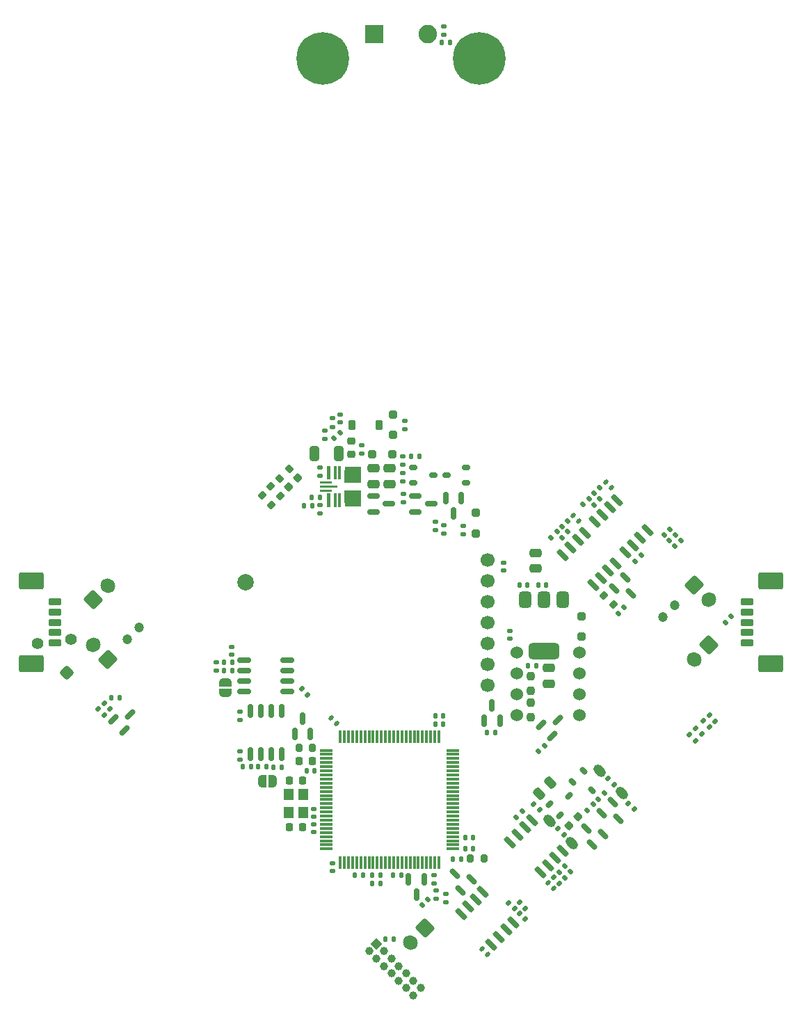
<source format=gbr>
%TF.GenerationSoftware,KiCad,Pcbnew,7.0.11*%
%TF.CreationDate,2025-06-24T23:15:39+09:00*%
%TF.ProjectId,Drive,44726976-652e-46b6-9963-61645f706362,rev?*%
%TF.SameCoordinates,Original*%
%TF.FileFunction,Soldermask,Bot*%
%TF.FilePolarity,Negative*%
%FSLAX46Y46*%
G04 Gerber Fmt 4.6, Leading zero omitted, Abs format (unit mm)*
G04 Created by KiCad (PCBNEW 7.0.11) date 2025-06-24 23:15:39*
%MOMM*%
%LPD*%
G01*
G04 APERTURE LIST*
G04 Aperture macros list*
%AMRoundRect*
0 Rectangle with rounded corners*
0 $1 Rounding radius*
0 $2 $3 $4 $5 $6 $7 $8 $9 X,Y pos of 4 corners*
0 Add a 4 corners polygon primitive as box body*
4,1,4,$2,$3,$4,$5,$6,$7,$8,$9,$2,$3,0*
0 Add four circle primitives for the rounded corners*
1,1,$1+$1,$2,$3*
1,1,$1+$1,$4,$5*
1,1,$1+$1,$6,$7*
1,1,$1+$1,$8,$9*
0 Add four rect primitives between the rounded corners*
20,1,$1+$1,$2,$3,$4,$5,0*
20,1,$1+$1,$4,$5,$6,$7,0*
20,1,$1+$1,$6,$7,$8,$9,0*
20,1,$1+$1,$8,$9,$2,$3,0*%
%AMHorizOval*
0 Thick line with rounded ends*
0 $1 width*
0 $2 $3 position (X,Y) of the first rounded end (center of the circle)*
0 $4 $5 position (X,Y) of the second rounded end (center of the circle)*
0 Add line between two ends*
20,1,$1,$2,$3,$4,$5,0*
0 Add two circle primitives to create the rounded ends*
1,1,$1,$2,$3*
1,1,$1,$4,$5*%
%AMRotRect*
0 Rectangle, with rotation*
0 The origin of the aperture is its center*
0 $1 length*
0 $2 width*
0 $3 Rotation angle, in degrees counterclockwise*
0 Add horizontal line*
21,1,$1,$2,0,0,$3*%
%AMFreePoly0*
4,1,33,0.500000,-0.750000,0.000000,-0.750000,0.000000,-0.749013,-0.031395,-0.749013,-0.093691,-0.741144,-0.154508,-0.725528,-0.212890,-0.702414,-0.267913,-0.672164,-0.318712,-0.635257,-0.364484,-0.592274,-0.404508,-0.543893,-0.438153,-0.490877,-0.464888,-0.434062,-0.484292,-0.374345,-0.496057,-0.312667,-0.500000,-0.250000,-0.500000,0.250000,-0.496057,0.312667,-0.484292,0.374345,-0.464888,0.434062,
-0.438153,0.490877,-0.404508,0.543893,-0.364484,0.592274,-0.318712,0.635257,-0.267913,0.672164,-0.212890,0.702414,-0.154508,0.725528,-0.093691,0.741144,-0.031395,0.749013,0.000000,0.749013,0.000000,0.750000,0.500000,0.750000,0.500000,-0.750000,0.500000,-0.750000,$1*%
%AMFreePoly1*
4,1,33,0.000000,0.749013,0.031395,0.749013,0.093691,0.741144,0.154508,0.725528,0.212890,0.702414,0.267913,0.672164,0.318712,0.635257,0.364484,0.592274,0.404508,0.543893,0.438153,0.490877,0.464888,0.434062,0.484292,0.374345,0.496057,0.312667,0.500000,0.250000,0.500000,-0.250000,0.496057,-0.312667,0.484292,-0.374345,0.464888,-0.434062,0.438153,-0.490877,0.404508,-0.543893,
0.364484,-0.592274,0.318712,-0.635257,0.267913,-0.672164,0.212890,-0.702414,0.154508,-0.725528,0.093691,-0.741144,0.031395,-0.749013,0.000000,-0.749013,0.000000,-0.750000,-0.500000,-0.750000,-0.500000,0.750000,0.000000,0.750000,0.000000,0.749013,0.000000,0.749013,$1*%
G04 Aperture macros list end*
%ADD10HorizOval,1.100000X-0.212132X0.212132X0.212132X-0.212132X0*%
%ADD11C,1.524000*%
%ADD12C,0.800000*%
%ADD13C,6.400000*%
%ADD14C,1.200000*%
%ADD15C,2.000000*%
%ADD16RoundRect,0.350000X0.000000X0.494975X-0.494975X0.000000X0.000000X-0.494975X0.494975X0.000000X0*%
%ADD17C,1.400000*%
%ADD18RoundRect,0.140000X0.219203X0.021213X0.021213X0.219203X-0.219203X-0.021213X-0.021213X-0.219203X0*%
%ADD19RoundRect,0.135000X0.135000X0.185000X-0.135000X0.185000X-0.135000X-0.185000X0.135000X-0.185000X0*%
%ADD20RoundRect,0.135000X-0.226274X-0.035355X-0.035355X-0.226274X0.226274X0.035355X0.035355X0.226274X0*%
%ADD21RoundRect,0.175000X-0.325000X-0.175000X0.325000X-0.175000X0.325000X0.175000X-0.325000X0.175000X0*%
%ADD22RoundRect,0.135000X0.185000X-0.135000X0.185000X0.135000X-0.185000X0.135000X-0.185000X-0.135000X0*%
%ADD23RoundRect,0.250000X0.325000X0.650000X-0.325000X0.650000X-0.325000X-0.650000X0.325000X-0.650000X0*%
%ADD24RoundRect,0.135000X-0.035355X0.226274X-0.226274X0.035355X0.035355X-0.226274X0.226274X-0.035355X0*%
%ADD25RoundRect,0.140000X-0.140000X-0.170000X0.140000X-0.170000X0.140000X0.170000X-0.140000X0.170000X0*%
%ADD26RoundRect,0.140000X-0.219203X-0.021213X-0.021213X-0.219203X0.219203X0.021213X0.021213X0.219203X0*%
%ADD27RoundRect,0.150000X0.583363X-0.371231X-0.371231X0.583363X-0.583363X0.371231X0.371231X-0.583363X0*%
%ADD28RoundRect,0.140000X0.140000X0.170000X-0.140000X0.170000X-0.140000X-0.170000X0.140000X-0.170000X0*%
%ADD29R,1.200000X1.400000*%
%ADD30RoundRect,0.150000X0.521491X-0.309359X-0.309359X0.521491X-0.521491X0.309359X0.309359X-0.521491X0*%
%ADD31RoundRect,0.250000X-0.475000X0.250000X-0.475000X-0.250000X0.475000X-0.250000X0.475000X0.250000X0*%
%ADD32RoundRect,0.135000X-0.135000X-0.185000X0.135000X-0.185000X0.135000X0.185000X-0.135000X0.185000X0*%
%ADD33RoundRect,0.135000X0.035355X-0.226274X0.226274X-0.035355X-0.035355X0.226274X-0.226274X0.035355X0*%
%ADD34RoundRect,0.150000X-0.309359X-0.521491X0.521491X0.309359X0.309359X0.521491X-0.521491X-0.309359X0*%
%ADD35RoundRect,0.140000X0.170000X-0.140000X0.170000X0.140000X-0.170000X0.140000X-0.170000X-0.140000X0*%
%ADD36RoundRect,0.135000X-0.185000X0.135000X-0.185000X-0.135000X0.185000X-0.135000X0.185000X0.135000X0*%
%ADD37RoundRect,0.200000X0.200000X0.275000X-0.200000X0.275000X-0.200000X-0.275000X0.200000X-0.275000X0*%
%ADD38RoundRect,0.200000X-0.053033X0.335876X-0.335876X0.053033X0.053033X-0.335876X0.335876X-0.053033X0*%
%ADD39RoundRect,0.250000X-0.053033X0.901561X-0.901561X0.053033X0.053033X-0.901561X0.901561X-0.053033X0*%
%ADD40HorizOval,1.700000X-0.053033X0.053033X0.053033X-0.053033X0*%
%ADD41RoundRect,0.200000X0.335876X0.053033X0.053033X0.335876X-0.335876X-0.053033X-0.053033X-0.335876X0*%
%ADD42RoundRect,0.140000X-0.170000X0.140000X-0.170000X-0.140000X0.170000X-0.140000X0.170000X0.140000X0*%
%ADD43RoundRect,0.135000X0.226274X0.035355X0.035355X0.226274X-0.226274X-0.035355X-0.035355X-0.226274X0*%
%ADD44RoundRect,0.250000X0.475000X-0.250000X0.475000X0.250000X-0.475000X0.250000X-0.475000X-0.250000X0*%
%ADD45RoundRect,0.150000X-0.587500X-0.150000X0.587500X-0.150000X0.587500X0.150000X-0.587500X0.150000X0*%
%ADD46RoundRect,0.150000X-0.583363X0.371231X0.371231X-0.583363X0.583363X-0.371231X-0.371231X0.583363X0*%
%ADD47RoundRect,0.218750X-0.256250X0.218750X-0.256250X-0.218750X0.256250X-0.218750X0.256250X0.218750X0*%
%ADD48RoundRect,0.250000X0.053033X-0.901561X0.901561X-0.053033X-0.053033X0.901561X-0.901561X0.053033X0*%
%ADD49RoundRect,0.175000X-0.353553X0.106066X0.106066X-0.353553X0.353553X-0.106066X-0.106066X0.353553X0*%
%ADD50RoundRect,0.150000X-0.150000X0.587500X-0.150000X-0.587500X0.150000X-0.587500X0.150000X0.587500X0*%
%ADD51RoundRect,0.237500X-0.237500X0.250000X-0.237500X-0.250000X0.237500X-0.250000X0.237500X0.250000X0*%
%ADD52RoundRect,0.250000X0.901561X0.053033X0.053033X0.901561X-0.901561X-0.053033X-0.053033X-0.901561X0*%
%ADD53HorizOval,1.700000X0.053033X0.053033X-0.053033X-0.053033X0*%
%ADD54RoundRect,0.225000X-0.225000X-0.250000X0.225000X-0.250000X0.225000X0.250000X-0.225000X0.250000X0*%
%ADD55RoundRect,0.250000X-0.250000X0.250000X-0.250000X-0.250000X0.250000X-0.250000X0.250000X0.250000X0*%
%ADD56RoundRect,0.225000X-0.225000X-0.375000X0.225000X-0.375000X0.225000X0.375000X-0.225000X0.375000X0*%
%ADD57RoundRect,0.250000X-0.250000X-0.250000X0.250000X-0.250000X0.250000X0.250000X-0.250000X0.250000X0*%
%ADD58R,2.250000X2.250000*%
%ADD59C,2.250000*%
%ADD60RotRect,1.000000X1.000000X135.000000*%
%ADD61C,1.000000*%
%ADD62RoundRect,0.150000X0.675000X0.150000X-0.675000X0.150000X-0.675000X-0.150000X0.675000X-0.150000X0*%
%ADD63RoundRect,0.200000X-0.200000X-0.275000X0.200000X-0.275000X0.200000X0.275000X-0.200000X0.275000X0*%
%ADD64RoundRect,0.150000X-0.521491X0.309359X0.309359X-0.521491X0.521491X-0.309359X-0.309359X0.521491X0*%
%ADD65RoundRect,0.200000X-0.335876X-0.053033X-0.053033X-0.335876X0.335876X0.053033X0.053033X0.335876X0*%
%ADD66RoundRect,0.175000X0.325000X0.175000X-0.325000X0.175000X-0.325000X-0.175000X0.325000X-0.175000X0*%
%ADD67RoundRect,0.375000X-0.375000X0.625000X-0.375000X-0.625000X0.375000X-0.625000X0.375000X0.625000X0*%
%ADD68RoundRect,0.500000X-1.400000X0.500000X-1.400000X-0.500000X1.400000X-0.500000X1.400000X0.500000X0*%
%ADD69RoundRect,0.200000X0.600000X-0.200000X0.600000X0.200000X-0.600000X0.200000X-0.600000X-0.200000X0*%
%ADD70RoundRect,0.250001X1.249999X-0.799999X1.249999X0.799999X-1.249999X0.799999X-1.249999X-0.799999X0*%
%ADD71RoundRect,0.250000X-0.901561X-0.053033X-0.053033X-0.901561X0.901561X0.053033X0.053033X0.901561X0*%
%ADD72HorizOval,1.700000X-0.053033X-0.053033X0.053033X0.053033X0*%
%ADD73RoundRect,0.150000X-0.150000X0.675000X-0.150000X-0.675000X0.150000X-0.675000X0.150000X0.675000X0*%
%ADD74RoundRect,0.250000X0.250000X-0.250000X0.250000X0.250000X-0.250000X0.250000X-0.250000X-0.250000X0*%
%ADD75FreePoly0,180.000000*%
%ADD76FreePoly1,180.000000*%
%ADD77RoundRect,0.250000X0.159099X-0.512652X0.512652X-0.159099X-0.159099X0.512652X-0.512652X0.159099X0*%
%ADD78FreePoly0,90.000000*%
%ADD79FreePoly1,90.000000*%
%ADD80RoundRect,0.150000X0.150000X-0.587500X0.150000X0.587500X-0.150000X0.587500X-0.150000X-0.587500X0*%
%ADD81RoundRect,0.175000X-0.106066X-0.353553X0.353553X0.106066X0.106066X0.353553X-0.353553X-0.106066X0*%
%ADD82C,1.700000*%
%ADD83RoundRect,0.225000X0.225000X0.250000X-0.225000X0.250000X-0.225000X-0.250000X0.225000X-0.250000X0*%
%ADD84RoundRect,0.200000X-0.600000X0.200000X-0.600000X-0.200000X0.600000X-0.200000X0.600000X0.200000X0*%
%ADD85RoundRect,0.250001X-1.249999X0.799999X-1.249999X-0.799999X1.249999X-0.799999X1.249999X0.799999X0*%
%ADD86RoundRect,0.225000X0.017678X-0.335876X0.335876X-0.017678X-0.017678X0.335876X-0.335876X0.017678X0*%
%ADD87RoundRect,0.075000X-0.725000X-0.075000X0.725000X-0.075000X0.725000X0.075000X-0.725000X0.075000X0*%
%ADD88RoundRect,0.075000X-0.075000X-0.725000X0.075000X-0.725000X0.075000X0.725000X-0.075000X0.725000X0*%
G04 APERTURE END LIST*
%TO.C,U2*%
G36*
X119630001Y-96630000D02*
G01*
X119330001Y-96630000D01*
X119330001Y-94980000D01*
X119630001Y-94980000D01*
X119630001Y-96630000D01*
G37*
G36*
X119130001Y-96630000D02*
G01*
X118830001Y-96630000D01*
X118830001Y-94980000D01*
X119130001Y-94980000D01*
X119130001Y-96630000D01*
G37*
G36*
X118430001Y-96630000D02*
G01*
X117930001Y-96630000D01*
X117930001Y-94980000D01*
X118430001Y-94980000D01*
X118430001Y-96630000D01*
G37*
G36*
X118530001Y-97130000D02*
G01*
X117130001Y-97130000D01*
X117130001Y-96830000D01*
X118530001Y-96830000D01*
X118530001Y-97130000D01*
G37*
G36*
X118530001Y-98130000D02*
G01*
X117130001Y-98130000D01*
X117130001Y-97830000D01*
X118530001Y-97830000D01*
X118530001Y-98130000D01*
G37*
G36*
X119630001Y-99980000D02*
G01*
X119330001Y-99980000D01*
X119330001Y-98330000D01*
X119630001Y-98330000D01*
X119630001Y-99980000D01*
G37*
G36*
X119130001Y-99980000D02*
G01*
X118830001Y-99980000D01*
X118830001Y-98330000D01*
X119130001Y-98330000D01*
X119130001Y-99980000D01*
G37*
G36*
X118430001Y-99980000D02*
G01*
X117930001Y-99980000D01*
X117930001Y-98330000D01*
X118430001Y-98330000D01*
X118430001Y-99980000D01*
G37*
G36*
X119205502Y-97380000D02*
G01*
X119205502Y-97580000D01*
X119155502Y-97630000D01*
X117130001Y-97630000D01*
X117130001Y-97330000D01*
X119155502Y-97330000D01*
X119205502Y-97380000D01*
G37*
G36*
X122155001Y-95955002D02*
G01*
X122155001Y-96980004D01*
X122104998Y-97030003D01*
X120155002Y-97030001D01*
X120105012Y-96980001D01*
X120105002Y-95954999D01*
X120154974Y-95055004D01*
X122105001Y-95054999D01*
X122155001Y-95955002D01*
G37*
G36*
X122155029Y-97979997D02*
G01*
X122155029Y-99004999D01*
X122105026Y-99904998D01*
X120155030Y-99904996D01*
X120105040Y-99004996D01*
X120105030Y-97979994D01*
X120155002Y-97929999D01*
X122105026Y-97929994D01*
X122155029Y-97979997D01*
G37*
%TD*%
D10*
%TO.C,J7*%
X145073978Y-138183381D03*
X147760984Y-140870387D03*
X151183381Y-132073978D03*
X153870387Y-134760984D03*
%TD*%
D11*
%TO.C,U7*%
X141090000Y-120230000D03*
X148710000Y-120230000D03*
X141090000Y-117690000D03*
X148710000Y-125310000D03*
X148710000Y-122770000D03*
X141090000Y-125310000D03*
X141090000Y-122770000D03*
X148710000Y-117690000D03*
%TD*%
D12*
%TO.C,H1*%
X115050000Y-45340000D03*
X115752944Y-43642944D03*
X115752944Y-47037056D03*
X117450000Y-42940000D03*
D13*
X117450000Y-45340000D03*
D12*
X117450000Y-47740000D03*
X119147056Y-43642944D03*
X119147056Y-47037056D03*
X119850000Y-45340000D03*
%TD*%
D14*
%TO.C,C32*%
X158892042Y-113364466D03*
X160306256Y-111950253D03*
%TD*%
D15*
%TO.C,TP3*%
X108030000Y-109170000D03*
%TD*%
D12*
%TO.C,H2*%
X134135000Y-45337000D03*
X134837944Y-43639944D03*
X134837944Y-47034056D03*
X136535000Y-42937000D03*
D13*
X136535000Y-45337000D03*
D12*
X136535000Y-47737000D03*
X138232056Y-43639944D03*
X138232056Y-47034056D03*
X138935000Y-45337000D03*
%TD*%
D16*
%TO.C,SW2*%
X86311396Y-120141902D03*
D17*
X86806371Y-116111393D03*
X82775862Y-116606368D03*
%TD*%
D14*
%TO.C,C33*%
X95107959Y-114635534D03*
X93693745Y-116049747D03*
%TD*%
D18*
%TO.C,C27*%
X148577710Y-101654308D03*
X147898888Y-100975486D03*
%TD*%
D19*
%TO.C,R21*%
X92740000Y-123160000D03*
X91720000Y-123160000D03*
%TD*%
D20*
%TO.C,R4*%
X143139376Y-136099376D03*
X143860624Y-136820624D03*
%TD*%
D21*
%TO.C,Q6*%
X128500000Y-97050000D03*
X128500000Y-95150000D03*
X130900000Y-96100000D03*
%TD*%
D22*
%TO.C,R25*%
X132180000Y-103210000D03*
X132180000Y-102190000D03*
%TD*%
D23*
%TO.C,C16*%
X119375000Y-93480000D03*
X116425000Y-93480000D03*
%TD*%
D24*
%TO.C,R3*%
X144429624Y-129021376D03*
X143708376Y-129742624D03*
%TD*%
D25*
%TO.C,C4*%
X134800000Y-141530000D03*
X135760000Y-141530000D03*
%TD*%
D24*
%TO.C,R33*%
X159710624Y-102659376D03*
X158989376Y-103380624D03*
%TD*%
D26*
%TO.C,C35*%
X136810589Y-153750589D03*
X137489411Y-154429411D03*
%TD*%
D27*
%TO.C,U3*%
X153103194Y-106809117D03*
X152205168Y-107707142D03*
X151307142Y-108605168D03*
X150409117Y-109503194D03*
X146696806Y-105790883D03*
X147594832Y-104892858D03*
X148492858Y-103994832D03*
X149390883Y-103096806D03*
%TD*%
D28*
%TO.C,C3*%
X132144000Y-126390000D03*
X131184000Y-126390000D03*
%TD*%
D29*
%TO.C,Y2*%
X113348000Y-137184000D03*
X113348000Y-134984000D03*
X115048000Y-134984000D03*
X115048000Y-137184000D03*
%TD*%
D30*
%TO.C,Q17*%
X135560664Y-145292161D03*
X134217161Y-146635664D03*
X133563087Y-144638087D03*
%TD*%
D31*
%TO.C,C41*%
X123600000Y-95250000D03*
X123600000Y-97150000D03*
%TD*%
D20*
%TO.C,R20*%
X90839376Y-123839376D03*
X91560624Y-124560624D03*
%TD*%
D18*
%TO.C,C1*%
X119143411Y-126305411D03*
X118464589Y-125626589D03*
%TD*%
D32*
%TO.C,R51*%
X105410000Y-119850000D03*
X106430000Y-119850000D03*
%TD*%
D33*
%TO.C,R41*%
X146569528Y-103690776D03*
X147290776Y-102969528D03*
%TD*%
D24*
%TO.C,R35*%
X154140624Y-112189376D03*
X153419376Y-112910624D03*
%TD*%
D22*
%TO.C,R19*%
X118650000Y-90210000D03*
X118650000Y-89190000D03*
%TD*%
D24*
%TO.C,R31*%
X161060624Y-104029376D03*
X160339376Y-104750624D03*
%TD*%
D34*
%TO.C,Q8*%
X93358839Y-127184664D03*
X92015336Y-125841161D03*
X94012913Y-125187087D03*
%TD*%
D32*
%TO.C,R12*%
X115190000Y-99800000D03*
X116210000Y-99800000D03*
%TD*%
D33*
%TO.C,R38*%
X146569376Y-102360624D03*
X147290624Y-101639376D03*
%TD*%
D35*
%TO.C,C2*%
X132480000Y-148060000D03*
X132480000Y-147100000D03*
%TD*%
D19*
%TO.C,R67*%
X124500000Y-145800000D03*
X123480000Y-145800000D03*
%TD*%
%TO.C,R50*%
X110600000Y-131590000D03*
X109580000Y-131590000D03*
%TD*%
D33*
%TO.C,R76*%
X146889376Y-145090624D03*
X147610624Y-144369376D03*
%TD*%
D36*
%TO.C,R14*%
X127200000Y-95810000D03*
X127200000Y-96830000D03*
%TD*%
D37*
%TO.C,R43*%
X116204000Y-129280000D03*
X114554000Y-129280000D03*
%TD*%
D38*
%TO.C,R28*%
X113383363Y-95306637D03*
X112216637Y-96473363D03*
%TD*%
D39*
%TO.C,J2*%
X164437000Y-116720000D03*
D40*
X162669233Y-118487767D03*
%TD*%
D24*
%TO.C,R79*%
X146930624Y-143709376D03*
X146209376Y-144430624D03*
%TD*%
D25*
%TO.C,C15*%
X134800000Y-140210000D03*
X135760000Y-140210000D03*
%TD*%
D41*
%TO.C,R30*%
X111223363Y-99703363D03*
X110056637Y-98536637D03*
%TD*%
D42*
%TO.C,C7*%
X118670000Y-143330000D03*
X118670000Y-144290000D03*
%TD*%
D20*
%TO.C,R77*%
X145529376Y-145039376D03*
X146250624Y-145760624D03*
%TD*%
D43*
%TO.C,R78*%
X140820624Y-148860624D03*
X140099376Y-148139376D03*
%TD*%
D44*
%TO.C,C25*%
X143400000Y-107450000D03*
X143400000Y-105550000D03*
%TD*%
D36*
%TO.C,R18*%
X117700000Y-90640000D03*
X117700000Y-91660000D03*
%TD*%
D45*
%TO.C,Q10*%
X128762500Y-100550000D03*
X128762500Y-98650000D03*
X130637500Y-99600000D03*
%TD*%
D24*
%TO.C,R66*%
X130270624Y-147719376D03*
X129549376Y-148440624D03*
%TD*%
%TO.C,R32*%
X160380624Y-103339376D03*
X159659376Y-104060624D03*
%TD*%
D20*
%TO.C,R75*%
X141409376Y-148109376D03*
X142130624Y-148830624D03*
%TD*%
D46*
%TO.C,U12*%
X140266806Y-140760883D03*
X141164832Y-139862858D03*
X142062858Y-138964832D03*
X142960883Y-138066806D03*
X146673194Y-141779117D03*
X145775168Y-142677142D03*
X144877142Y-143575168D03*
X143979117Y-144473194D03*
%TD*%
D47*
%TO.C,L1*%
X120950000Y-91962500D03*
X120950000Y-93537500D03*
%TD*%
D32*
%TO.C,R68*%
X131940000Y-43450000D03*
X132960000Y-43450000D03*
%TD*%
D35*
%TO.C,C34*%
X139500000Y-107680000D03*
X139500000Y-106720000D03*
%TD*%
D48*
%TO.C,J3*%
X89560000Y-111280000D03*
D40*
X91327767Y-109512233D03*
%TD*%
D43*
%TO.C,R22*%
X90860624Y-125260624D03*
X90139376Y-124539376D03*
%TD*%
D49*
%TO.C,Q3*%
X147881192Y-133424695D03*
X149224695Y-132081192D03*
X150250000Y-134450000D03*
%TD*%
D50*
%TO.C,Q12*%
X132450000Y-98862500D03*
X134350000Y-98862500D03*
X133400000Y-100737500D03*
%TD*%
D45*
%TO.C,Q5*%
X123662500Y-100550000D03*
X123662500Y-98650000D03*
X125537500Y-99600000D03*
%TD*%
D32*
%TO.C,R62*%
X125070000Y-152570000D03*
X126090000Y-152570000D03*
%TD*%
D46*
%TO.C,U11*%
X134276806Y-149500883D03*
X135174832Y-148602858D03*
X136072858Y-147704832D03*
X136970883Y-146806806D03*
X140683194Y-150519117D03*
X139785168Y-151417142D03*
X138887142Y-152315168D03*
X137989117Y-153213194D03*
%TD*%
D51*
%TO.C,R61*%
X142770000Y-123757500D03*
X142770000Y-125582500D03*
%TD*%
D52*
%TO.C,J4*%
X91327717Y-118490051D03*
D53*
X89559950Y-116722284D03*
%TD*%
D33*
%TO.C,R73*%
X141006432Y-137721793D03*
X141727680Y-137000545D03*
%TD*%
D54*
%TO.C,C6*%
X113423001Y-133234000D03*
X114973001Y-133234000D03*
%TD*%
D20*
%TO.C,R13*%
X146089376Y-139139376D03*
X146810624Y-139860624D03*
%TD*%
D55*
%TO.C,D6*%
X148970000Y-113240000D03*
X148970000Y-115740000D03*
%TD*%
D30*
%TO.C,Q4*%
X151584664Y-139741161D03*
X150241161Y-141084664D03*
X149587087Y-139087087D03*
%TD*%
D56*
%TO.C,D5*%
X121049000Y-89958000D03*
X124349000Y-89958000D03*
%TD*%
D28*
%TO.C,C20*%
X144650000Y-109510000D03*
X143690000Y-109510000D03*
%TD*%
D19*
%TO.C,R49*%
X106430000Y-118900000D03*
X105410000Y-118900000D03*
%TD*%
D31*
%TO.C,C26*%
X144938000Y-119584000D03*
X144938000Y-121484000D03*
%TD*%
D33*
%TO.C,R42*%
X150469376Y-99700624D03*
X151190624Y-98979376D03*
%TD*%
D57*
%TO.C,D2*%
X123446000Y-93544000D03*
X125946000Y-93544000D03*
%TD*%
D22*
%TO.C,R53*%
X131040000Y-145780000D03*
X131040000Y-144760000D03*
%TD*%
D58*
%TO.C,SW5*%
X123750000Y-42400000D03*
D59*
X130250000Y-42400000D03*
%TD*%
D60*
%TO.C,J1*%
X124009872Y-153138821D03*
D61*
X123111847Y-154036847D03*
X124907898Y-154036847D03*
X124009872Y-154934872D03*
X125805923Y-154934872D03*
X124907898Y-155832898D03*
X126703949Y-155832898D03*
X125805923Y-156730924D03*
X127601975Y-156730924D03*
X126703949Y-157628949D03*
X128500000Y-157628949D03*
X127601975Y-158526975D03*
X129398026Y-158526975D03*
X128500000Y-159425000D03*
%TD*%
D62*
%TO.C,U6*%
X113175000Y-118570000D03*
X113175000Y-119840000D03*
X113175000Y-121110000D03*
X113175000Y-122380000D03*
X107925000Y-122380000D03*
X107925000Y-121110000D03*
X107925000Y-119840000D03*
X107925000Y-118570000D03*
%TD*%
D63*
%TO.C,R71*%
X135445000Y-142730000D03*
X137095000Y-142730000D03*
%TD*%
D24*
%TO.C,R56*%
X167190624Y-113319376D03*
X166469376Y-114040624D03*
%TD*%
D22*
%TO.C,R23*%
X131200000Y-102810000D03*
X131200000Y-101790000D03*
%TD*%
D33*
%TO.C,R37*%
X145249376Y-103680624D03*
X145970624Y-102959376D03*
%TD*%
D55*
%TO.C,D3*%
X136110000Y-100670000D03*
X136110000Y-103170000D03*
%TD*%
D64*
%TO.C,Q2*%
X151415336Y-137258839D03*
X152758839Y-135915336D03*
X153412913Y-137912913D03*
%TD*%
D39*
%TO.C,J6*%
X129910051Y-151242284D03*
D40*
X128142284Y-153010051D03*
%TD*%
D65*
%TO.C,R29*%
X111116637Y-97476637D03*
X112283363Y-98643363D03*
%TD*%
D43*
%TO.C,R74*%
X142100624Y-150130624D03*
X141379376Y-149409376D03*
%TD*%
D22*
%TO.C,R10*%
X117100000Y-96180001D03*
X117100000Y-95160001D03*
%TD*%
D66*
%TO.C,Q11*%
X134900000Y-95150000D03*
X134900000Y-97050000D03*
X132500000Y-96100000D03*
%TD*%
D19*
%TO.C,R72*%
X134320000Y-142860000D03*
X133300000Y-142860000D03*
%TD*%
D67*
%TO.C,U1*%
X142087500Y-111240000D03*
X144387500Y-111240000D03*
D68*
X144387500Y-117540000D03*
D67*
X146687500Y-111240000D03*
%TD*%
D20*
%TO.C,R58*%
X162079376Y-127699376D03*
X162800624Y-128420624D03*
%TD*%
D33*
%TO.C,R39*%
X149129376Y-99660624D03*
X149850624Y-98939376D03*
%TD*%
D69*
%TO.C,J9*%
X84900000Y-116500000D03*
X84900000Y-115250000D03*
X84900000Y-114000000D03*
X84900000Y-112750000D03*
X84900000Y-111500000D03*
D70*
X82000000Y-119050000D03*
X82000000Y-108950000D03*
%TD*%
D19*
%TO.C,R59*%
X138438000Y-127457000D03*
X137418000Y-127457000D03*
%TD*%
D28*
%TO.C,C13*%
X116435000Y-132050000D03*
X115475000Y-132050000D03*
%TD*%
%TO.C,C21*%
X142340000Y-109510000D03*
X141380000Y-109510000D03*
%TD*%
D71*
%TO.C,J5*%
X162674000Y-109510000D03*
D72*
X164441767Y-111277767D03*
%TD*%
D42*
%TO.C,C10*%
X132200000Y-41520000D03*
X132200000Y-42480000D03*
%TD*%
D32*
%TO.C,R6*%
X128190000Y-93800000D03*
X129210000Y-93800000D03*
%TD*%
D20*
%TO.C,R9*%
X154639376Y-136039376D03*
X155360624Y-136760624D03*
%TD*%
D36*
%TO.C,R17*%
X127300000Y-98410000D03*
X127300000Y-99430000D03*
%TD*%
D22*
%TO.C,R44*%
X107370000Y-125910000D03*
X107370000Y-124890000D03*
%TD*%
D64*
%TO.C,Q13*%
X152965336Y-109868839D03*
X154308839Y-108525336D03*
X154962913Y-110522913D03*
%TD*%
D73*
%TO.C,U5*%
X108645000Y-124775000D03*
X109915000Y-124775000D03*
X111185000Y-124775000D03*
X112455000Y-124775000D03*
X112455000Y-130025000D03*
X111185000Y-130025000D03*
X109915000Y-130025000D03*
X108645000Y-130025000D03*
%TD*%
D32*
%TO.C,R11*%
X116090000Y-98800000D03*
X117110000Y-98800000D03*
%TD*%
D74*
%TO.C,D4*%
X126015000Y-91185000D03*
X126015000Y-88685000D03*
%TD*%
D24*
%TO.C,R16*%
X119560624Y-90889376D03*
X118839376Y-91610624D03*
%TD*%
D42*
%TO.C,C31*%
X140252000Y-115059000D03*
X140252000Y-116019000D03*
%TD*%
D20*
%TO.C,R57*%
X162849376Y-126879376D03*
X163570624Y-127600624D03*
%TD*%
D75*
%TO.C,JP4*%
X111370000Y-133370000D03*
D76*
X110070000Y-133370000D03*
%TD*%
D19*
%TO.C,R46*%
X112470000Y-131610000D03*
X111450000Y-131610000D03*
%TD*%
D22*
%TO.C,R26*%
X122198000Y-93432000D03*
X122198000Y-92412000D03*
%TD*%
D19*
%TO.C,R52*%
X127034000Y-144782000D03*
X126014000Y-144782000D03*
%TD*%
D25*
%TO.C,C14*%
X131183000Y-125410000D03*
X132143000Y-125410000D03*
%TD*%
D77*
%TO.C,C40*%
X143828249Y-134871751D03*
X145171751Y-133528249D03*
%TD*%
D78*
%TO.C,JP5*%
X105600000Y-122625000D03*
D79*
X105600000Y-121325000D03*
%TD*%
D20*
%TO.C,R45*%
X114899376Y-122089376D03*
X115620624Y-122810624D03*
%TD*%
D34*
%TO.C,Q16*%
X145411839Y-127865664D03*
X144068336Y-126522161D03*
X146065913Y-125868087D03*
%TD*%
D19*
%TO.C,R63*%
X124510000Y-144810000D03*
X123490000Y-144810000D03*
%TD*%
D31*
%TO.C,C18*%
X125600000Y-95250000D03*
X125600000Y-97150000D03*
%TD*%
D19*
%TO.C,R1*%
X122345000Y-144797000D03*
X121325000Y-144797000D03*
%TD*%
D43*
%TO.C,R55*%
X164510624Y-126740624D03*
X163789376Y-126019376D03*
%TD*%
D26*
%TO.C,C36*%
X144870589Y-145710589D03*
X145549411Y-146389411D03*
%TD*%
D80*
%TO.C,Q15*%
X139009000Y-125953500D03*
X137109000Y-125953500D03*
X138059000Y-124078500D03*
%TD*%
D81*
%TO.C,Q1*%
X146373223Y-137520280D03*
X145029720Y-136176777D03*
X147398528Y-135151472D03*
%TD*%
D82*
%TO.C,U10*%
X137500000Y-106380000D03*
X137500000Y-108920000D03*
X137500000Y-111460000D03*
X137500000Y-114000000D03*
X137500000Y-116540000D03*
X137500000Y-119080000D03*
X137500000Y-121620000D03*
%TD*%
D83*
%TO.C,C12*%
X116163000Y-130859000D03*
X114613000Y-130859000D03*
%TD*%
D35*
%TO.C,C30*%
X106331000Y-117975000D03*
X106331000Y-117015000D03*
%TD*%
%TO.C,C9*%
X116398000Y-139564000D03*
X116398000Y-138604000D03*
%TD*%
D84*
%TO.C,J8*%
X169100000Y-111500000D03*
X169100000Y-112750000D03*
X169100000Y-114000000D03*
X169100000Y-115250000D03*
X169100000Y-116500000D03*
D85*
X172000000Y-108950000D03*
X172000000Y-119050000D03*
%TD*%
D33*
%TO.C,R40*%
X150439376Y-98330624D03*
X151160624Y-97609376D03*
%TD*%
D50*
%TO.C,Q18*%
X127910000Y-145302500D03*
X129810000Y-145302500D03*
X128860000Y-147177500D03*
%TD*%
D80*
%TO.C,Q14*%
X115950000Y-127567500D03*
X114050000Y-127567500D03*
X115000000Y-125692500D03*
%TD*%
D51*
%TO.C,R60*%
X142781000Y-120530500D03*
X142781000Y-122355500D03*
%TD*%
D35*
%TO.C,C19*%
X119600000Y-89680000D03*
X119600000Y-88720000D03*
%TD*%
D22*
%TO.C,R24*%
X127486000Y-90521000D03*
X127486000Y-89501000D03*
%TD*%
D42*
%TO.C,C11*%
X117100000Y-99770000D03*
X117100000Y-100730000D03*
%TD*%
D32*
%TO.C,R27*%
X142440000Y-119300000D03*
X143460000Y-119300000D03*
%TD*%
D86*
%TO.C,C17*%
X147431992Y-138728008D03*
X148528008Y-137631992D03*
%TD*%
D24*
%TO.C,R65*%
X150360624Y-136139376D03*
X149639376Y-136860624D03*
%TD*%
D22*
%TO.C,R69*%
X131240000Y-147640000D03*
X131240000Y-146620000D03*
%TD*%
%TO.C,R15*%
X134570000Y-103280000D03*
X134570000Y-102260000D03*
%TD*%
%TO.C,R7*%
X127200000Y-94860000D03*
X127200000Y-93840000D03*
%TD*%
D42*
%TO.C,C29*%
X107390000Y-129740000D03*
X107390000Y-130700000D03*
%TD*%
D24*
%TO.C,R36*%
X156211233Y-105828463D03*
X155489985Y-106549711D03*
%TD*%
D41*
%TO.C,R34*%
X152833363Y-111863363D03*
X151666637Y-110696637D03*
%TD*%
D19*
%TO.C,R47*%
X108720000Y-131600000D03*
X107700000Y-131600000D03*
%TD*%
D36*
%TO.C,R48*%
X104520000Y-118865000D03*
X104520000Y-119885000D03*
%TD*%
D87*
%TO.C,U8*%
X117923000Y-141584000D03*
X117923000Y-141084000D03*
X117923000Y-140584000D03*
X117923000Y-140084000D03*
X117923000Y-139584000D03*
X117923000Y-139084000D03*
X117923000Y-138584000D03*
X117923000Y-138084000D03*
X117923000Y-137584000D03*
X117923000Y-137084000D03*
X117923000Y-136584000D03*
X117923000Y-136084000D03*
X117923000Y-135584000D03*
X117923000Y-135084000D03*
X117923000Y-134584000D03*
X117923000Y-134084000D03*
X117923000Y-133584000D03*
X117923000Y-133084000D03*
X117923000Y-132584000D03*
X117923000Y-132084000D03*
X117923000Y-131584000D03*
X117923000Y-131084000D03*
X117923000Y-130584000D03*
X117923000Y-130084000D03*
X117923000Y-129584000D03*
D88*
X119598000Y-127909000D03*
X120098000Y-127909000D03*
X120598000Y-127909000D03*
X121098000Y-127909000D03*
X121598000Y-127909000D03*
X122098000Y-127909000D03*
X122598000Y-127909000D03*
X123098000Y-127909000D03*
X123598000Y-127909000D03*
X124098000Y-127909000D03*
X124598000Y-127909000D03*
X125098000Y-127909000D03*
X125598000Y-127909000D03*
X126098000Y-127909000D03*
X126598000Y-127909000D03*
X127098000Y-127909000D03*
X127598000Y-127909000D03*
X128098000Y-127909000D03*
X128598000Y-127909000D03*
X129098000Y-127909000D03*
X129598000Y-127909000D03*
X130098000Y-127909000D03*
X130598000Y-127909000D03*
X131098000Y-127909000D03*
X131598000Y-127909000D03*
D87*
X133273000Y-129584000D03*
X133273000Y-130084000D03*
X133273000Y-130584000D03*
X133273000Y-131084000D03*
X133273000Y-131584000D03*
X133273000Y-132084000D03*
X133273000Y-132584000D03*
X133273000Y-133084000D03*
X133273000Y-133584000D03*
X133273000Y-134084000D03*
X133273000Y-134584000D03*
X133273000Y-135084000D03*
X133273000Y-135584000D03*
X133273000Y-136084000D03*
X133273000Y-136584000D03*
X133273000Y-137084000D03*
X133273000Y-137584000D03*
X133273000Y-138084000D03*
X133273000Y-138584000D03*
X133273000Y-139084000D03*
X133273000Y-139584000D03*
X133273000Y-140084000D03*
X133273000Y-140584000D03*
X133273000Y-141084000D03*
X133273000Y-141584000D03*
D88*
X131598000Y-143259000D03*
X131098000Y-143259000D03*
X130598000Y-143259000D03*
X130098000Y-143259000D03*
X129598000Y-143259000D03*
X129098000Y-143259000D03*
X128598000Y-143259000D03*
X128098000Y-143259000D03*
X127598000Y-143259000D03*
X127098000Y-143259000D03*
X126598000Y-143259000D03*
X126098000Y-143259000D03*
X125598000Y-143259000D03*
X125098000Y-143259000D03*
X124598000Y-143259000D03*
X124098000Y-143259000D03*
X123598000Y-143259000D03*
X123098000Y-143259000D03*
X122598000Y-143259000D03*
X122098000Y-143259000D03*
X121598000Y-143259000D03*
X121098000Y-143259000D03*
X120598000Y-143259000D03*
X120098000Y-143259000D03*
X119598000Y-143259000D03*
%TD*%
D42*
%TO.C,C8*%
X116398000Y-136704000D03*
X116398000Y-137664000D03*
%TD*%
D18*
%TO.C,C28*%
X152583776Y-97618953D03*
X151904954Y-96940131D03*
%TD*%
D83*
%TO.C,C5*%
X114973000Y-138934000D03*
X113423000Y-138934000D03*
%TD*%
D20*
%TO.C,R8*%
X152189376Y-133039376D03*
X152910624Y-133760624D03*
%TD*%
D24*
%TO.C,R64*%
X151710624Y-134789376D03*
X150989376Y-135510624D03*
%TD*%
D27*
%TO.C,U4*%
X157003194Y-102809117D03*
X156105168Y-103707142D03*
X155207142Y-104605168D03*
X154309117Y-105503194D03*
X150596806Y-101790883D03*
X151494832Y-100892858D03*
X152392858Y-99994832D03*
X153290883Y-99096806D03*
%TD*%
D43*
%TO.C,R54*%
X165220624Y-126020624D03*
X164499376Y-125299376D03*
%TD*%
D86*
%TO.C,C24*%
X113301992Y-97498008D03*
X114398008Y-96401992D03*
%TD*%
M02*

</source>
